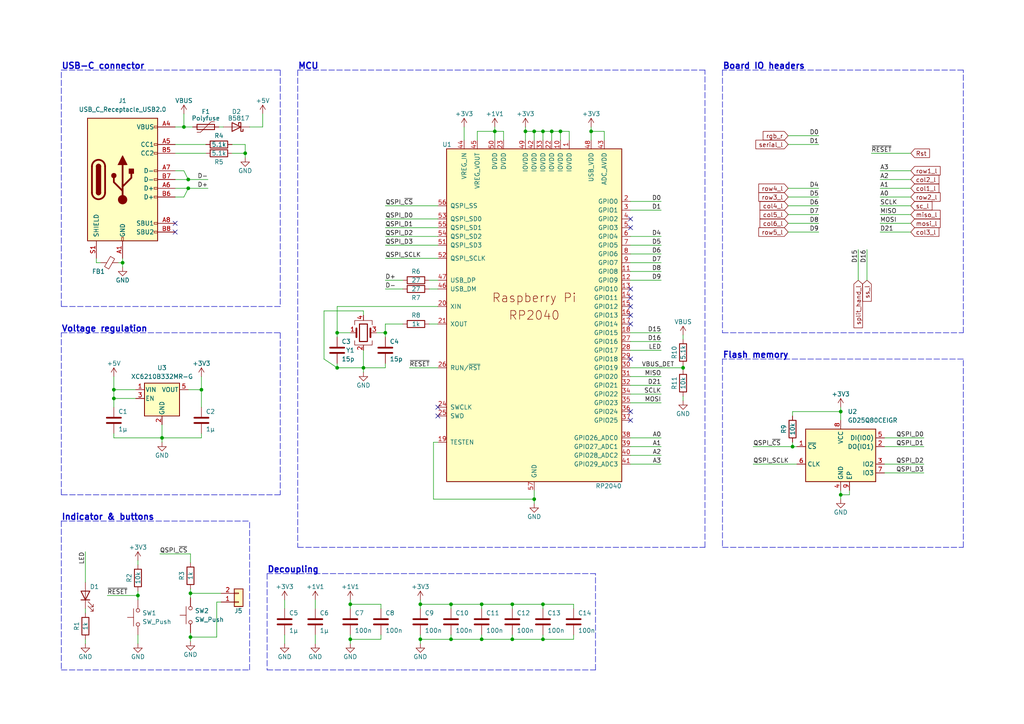
<source format=kicad_sch>
(kicad_sch (version 20211123) (generator eeschema)
  (paper "A4")
  (title_block (title "0xB2 - Splinky") (rev "2") (company "plut0nium"))
  (junction (at 53.34 36.83))
  (junction (at 46.99 127))
  (junction (at 105.41 106.68))
  (junction (at 154.94 38.1))
  (junction (at 162.56 38.1))
  (junction (at 111.76 96.52))
  (junction (at 157.48 185.42))
  (junction (at 101.6 185.42))
  (junction (at 54.61 52.07))
  (junction (at 157.48 38.1))
  (junction (at 97.79 96.52))
  (junction (at 157.48 175.26))
  (junction (at 101.6 175.26))
  (junction (at 121.92 185.42))
  (junction (at 148.59 185.42))
  (junction (at 130.81 175.26))
  (junction (at 148.59 175.26))
  (junction (at 152.4 38.1))
  (junction (at 160.02 38.1))
  (junction (at 40.005 172.72))
  (junction (at 33.02 113.03))
  (junction (at 171.45 38.1))
  (junction (at 139.7 185.42))
  (junction (at 154.94 144.78))
  (junction (at 35.56 76.2))
  (junction (at 198.12 106.68))
  (junction (at 58.42 113.03))
  (junction (at 229.87 129.54))
  (junction (at 139.7 175.26))
  (junction (at 71.12 44.45))
  (junction (at 55.245 172.085))
  (junction (at 130.81 185.42))
  (junction (at 97.79 106.68))
  (junction (at 55.245 184.785))
  (junction (at 33.02 115.57))
  (junction (at 54.61 54.61))
  (junction (at 243.84 119.38))
  (junction (at 143.51 38.1))
  (junction (at 243.84 143.51))
  (junction (at 121.92 175.26))
  (no_connect (at 373.38 85.09))
  (no_connect (at 182.88 119.38))
  (no_connect (at 182.88 121.92))
  (no_connect (at 182.88 83.82))
  (no_connect (at 182.88 104.14))
  (no_connect (at 182.88 86.36))
  (no_connect (at 182.88 88.9))
  (no_connect (at 182.88 91.44))
  (no_connect (at 182.88 93.98))
  (no_connect (at 50.8 64.77))
  (no_connect (at 50.8 67.31))
  (no_connect (at 182.88 63.5))
  (no_connect (at 182.88 66.04))
  (no_connect (at 324.485 83.185))
  (no_connect (at 127 118.11))
  (no_connect (at 127 120.65))
  (polyline (pts (xy 209.55 96.52) (xy 279.4 96.52)))
  (wire (pts (xy 171.45 38.1) (xy 171.45 40.64)))
  (wire (pts (xy 33.02 115.57) (xy 33.02 118.11)))
  (wire (pts (xy 105.41 91.44) (xy 105.41 90.17)))
  (wire (pts (xy 118.745 106.68) (xy 127 106.68)))
  (wire (pts (xy 58.42 109.22) (xy 58.42 113.03)))
  (wire (pts (xy 55.245 170.815) (xy 55.245 172.085)))
  (wire (pts (xy 82.55 173.99) (xy 82.55 176.53)))
  (wire (pts (xy 267.97 134.62) (xy 256.54 134.62)))
  (wire (pts (xy 40.005 184.15) (xy 40.005 186.69)))
  (wire (pts (xy 101.6 175.26) (xy 110.49 175.26)))
  (wire (pts (xy 121.92 173.99) (xy 121.92 175.26)))
  (polyline (pts (xy 17.78 194.31) (xy 72.39 194.31)))
  (wire (pts (xy 255.27 54.61) (xy 264.16 54.61)))
  (wire (pts (xy 228.6 67.31) (xy 237.49 67.31)))
  (polyline (pts (xy 204.47 158.75) (xy 204.47 20.32)))
  (wire (pts (xy 182.88 127) (xy 191.77 127)))
  (wire (pts (xy 50.8 54.61) (xy 54.61 54.61)))
  (wire (pts (xy 91.44 173.99) (xy 91.44 176.53)))
  (wire (pts (xy 267.97 137.16) (xy 256.54 137.16)))
  (polyline (pts (xy 279.4 104.14) (xy 209.55 104.14)))
  (wire (pts (xy 111.76 66.04) (xy 127 66.04)))
  (wire (pts (xy 182.88 101.6) (xy 191.77 101.6)))
  (wire (pts (xy 72.39 36.83) (xy 76.2 36.83)))
  (wire (pts (xy 121.92 185.42) (xy 130.81 185.42)))
  (wire (pts (xy 33.02 113.03) (xy 39.37 113.03)))
  (wire (pts (xy 101.6 175.26) (xy 101.6 176.53)))
  (wire (pts (xy 243.84 118.11) (xy 243.84 119.38)))
  (wire (pts (xy 109.22 96.52) (xy 111.76 96.52)))
  (wire (pts (xy 63.5 36.83) (xy 64.77 36.83)))
  (wire (pts (xy 105.41 106.68) (xy 105.41 107.95)))
  (wire (pts (xy 162.56 38.1) (xy 165.1 38.1)))
  (wire (pts (xy 121.92 175.26) (xy 130.81 175.26)))
  (wire (pts (xy 228.6 64.77) (xy 237.49 64.77)))
  (wire (pts (xy 97.79 96.52) (xy 97.79 88.9)))
  (wire (pts (xy 111.76 68.58) (xy 127 68.58)))
  (wire (pts (xy 198.12 114.935) (xy 198.12 116.205)))
  (wire (pts (xy 143.51 38.1) (xy 143.51 40.64)))
  (wire (pts (xy 182.88 129.54) (xy 191.77 129.54)))
  (wire (pts (xy 130.81 184.15) (xy 130.81 185.42)))
  (wire (pts (xy 54.61 52.07) (xy 50.8 52.07)))
  (polyline (pts (xy 81.28 88.9) (xy 17.78 88.9)))
  (wire (pts (xy 121.92 185.42) (xy 121.92 186.69)))
  (wire (pts (xy 267.97 127) (xy 256.54 127)))
  (wire (pts (xy 33.02 127) (xy 46.99 127)))
  (wire (pts (xy 125.73 128.27) (xy 127 128.27)))
  (wire (pts (xy 101.6 185.42) (xy 101.6 186.69)))
  (wire (pts (xy 124.46 81.28) (xy 127 81.28)))
  (wire (pts (xy 50.8 49.53) (xy 53.34 49.53)))
  (wire (pts (xy 93.98 90.17) (xy 93.98 104.14)))
  (wire (pts (xy 101.6 185.42) (xy 110.49 185.42)))
  (wire (pts (xy 251.46 81.28) (xy 251.46 72.39)))
  (wire (pts (xy 139.7 185.42) (xy 148.59 185.42)))
  (wire (pts (xy 124.46 93.98) (xy 127 93.98)))
  (wire (pts (xy 53.34 49.53) (xy 54.61 52.07)))
  (wire (pts (xy 34.29 76.2) (xy 35.56 76.2)))
  (wire (pts (xy 243.84 142.24) (xy 243.84 143.51)))
  (wire (pts (xy 157.48 38.1) (xy 157.48 40.64)))
  (wire (pts (xy 111.76 106.68) (xy 111.76 105.41)))
  (wire (pts (xy 62.865 174.625) (xy 62.865 184.785)))
  (wire (pts (xy 50.8 36.83) (xy 53.34 36.83)))
  (wire (pts (xy 46.355 160.655) (xy 55.245 160.655)))
  (wire (pts (xy 53.34 36.83) (xy 55.88 36.83)))
  (wire (pts (xy 58.42 125.73) (xy 58.42 127)))
  (wire (pts (xy 255.27 64.77) (xy 264.16 64.77)))
  (wire (pts (xy 255.27 62.23) (xy 264.16 62.23)))
  (wire (pts (xy 229.87 129.54) (xy 231.14 129.54)))
  (wire (pts (xy 248.92 81.28) (xy 248.92 72.39)))
  (wire (pts (xy 105.41 106.68) (xy 111.76 106.68)))
  (wire (pts (xy 154.94 144.78) (xy 154.94 146.05)))
  (wire (pts (xy 182.88 109.22) (xy 191.77 109.22)))
  (wire (pts (xy 152.4 36.83) (xy 152.4 38.1)))
  (wire (pts (xy 146.05 40.64) (xy 146.05 38.1)))
  (wire (pts (xy 154.94 142.24) (xy 154.94 144.78)))
  (wire (pts (xy 40.005 171.45) (xy 40.005 172.72)))
  (wire (pts (xy 383.54 92.71) (xy 388.62 92.71)))
  (wire (pts (xy 175.26 40.64) (xy 175.26 38.1)))
  (wire (pts (xy 55.245 160.655) (xy 55.245 163.195)))
  (wire (pts (xy 198.12 106.68) (xy 198.12 107.315)))
  (wire (pts (xy 139.7 184.15) (xy 139.7 185.42)))
  (wire (pts (xy 157.48 185.42) (xy 166.37 185.42)))
  (wire (pts (xy 182.88 68.58) (xy 191.77 68.58)))
  (wire (pts (xy 27.94 76.2) (xy 29.21 76.2)))
  (wire (pts (xy 182.88 114.3) (xy 191.77 114.3)))
  (wire (pts (xy 97.79 106.68) (xy 105.41 106.68)))
  (wire (pts (xy 166.37 176.53) (xy 166.37 175.26)))
  (wire (pts (xy 171.45 38.1) (xy 175.26 38.1)))
  (wire (pts (xy 243.84 143.51) (xy 246.38 143.51)))
  (wire (pts (xy 125.73 128.27) (xy 125.73 144.78)))
  (wire (pts (xy 139.7 175.26) (xy 148.59 175.26)))
  (wire (pts (xy 58.42 113.03) (xy 58.42 118.11)))
  (wire (pts (xy 218.44 134.62) (xy 231.14 134.62)))
  (wire (pts (xy 228.6 39.37) (xy 237.49 39.37)))
  (wire (pts (xy 152.4 38.1) (xy 152.4 40.64)))
  (wire (pts (xy 55.245 172.085) (xy 55.245 173.355)))
  (wire (pts (xy 105.41 90.17) (xy 93.98 90.17)))
  (wire (pts (xy 255.27 52.07) (xy 264.16 52.07)))
  (wire (pts (xy 228.6 59.69) (xy 237.49 59.69)))
  (polyline (pts (xy 209.55 104.14) (xy 209.55 158.75)))
  (wire (pts (xy 148.59 175.26) (xy 157.48 175.26)))
  (wire (pts (xy 110.49 184.15) (xy 110.49 185.42)))
  (polyline (pts (xy 17.78 151.13) (xy 17.78 194.31)))
  (wire (pts (xy 182.88 106.68) (xy 198.12 106.68)))
  (wire (pts (xy 243.84 119.38) (xy 243.84 121.92)))
  (wire (pts (xy 182.88 132.08) (xy 191.77 132.08)))
  (wire (pts (xy 24.765 176.53) (xy 24.765 177.8)))
  (wire (pts (xy 182.88 111.76) (xy 191.77 111.76)))
  (wire (pts (xy 111.76 96.52) (xy 111.76 97.79)))
  (wire (pts (xy 62.865 184.785) (xy 55.245 184.785)))
  (wire (pts (xy 50.8 41.91) (xy 59.69 41.91)))
  (wire (pts (xy 228.6 57.15) (xy 237.49 57.15)))
  (wire (pts (xy 121.92 184.15) (xy 121.92 185.42)))
  (wire (pts (xy 171.45 36.83) (xy 171.45 38.1)))
  (wire (pts (xy 340.995 90.805) (xy 340.995 86.995)))
  (wire (pts (xy 97.79 97.79) (xy 97.79 96.52)))
  (wire (pts (xy 361.315 26.67) (xy 361.823 26.67)))
  (wire (pts (xy 24.765 185.42) (xy 24.765 186.69)))
  (polyline (pts (xy 279.4 96.52) (xy 279.4 20.32)))
  (polyline (pts (xy 17.78 20.32) (xy 81.28 20.32)))
  (wire (pts (xy 228.6 54.61) (xy 237.49 54.61)))
  (wire (pts (xy 218.44 129.54) (xy 229.87 129.54)))
  (wire (pts (xy 130.81 185.42) (xy 139.7 185.42)))
  (wire (pts (xy 82.55 184.15) (xy 82.55 186.69)))
  (wire (pts (xy 182.88 73.66) (xy 191.77 73.66)))
  (wire (pts (xy 97.79 105.41) (xy 97.79 106.68)))
  (wire (pts (xy 130.81 175.26) (xy 130.81 176.53)))
  (wire (pts (xy 97.79 96.52) (xy 101.6 96.52)))
  (wire (pts (xy 111.76 71.12) (xy 127 71.12)))
  (wire (pts (xy 91.44 184.15) (xy 91.44 186.69)))
  (wire (pts (xy 64.135 174.625) (xy 62.865 174.625)))
  (wire (pts (xy 154.94 38.1) (xy 157.48 38.1)))
  (wire (pts (xy 182.88 96.52) (xy 191.77 96.52)))
  (wire (pts (xy 71.12 44.45) (xy 71.12 45.72)))
  (wire (pts (xy 229.87 128.27) (xy 229.87 129.54)))
  (wire (pts (xy 148.59 184.15) (xy 148.59 185.42)))
  (polyline (pts (xy 81.28 20.32) (xy 81.28 88.9)))
  (wire (pts (xy 160.02 38.1) (xy 160.02 40.64)))
  (polyline (pts (xy 17.78 96.52) (xy 81.28 96.52)))
  (wire (pts (xy 33.02 125.73) (xy 33.02 127)))
  (wire (pts (xy 53.34 33.02) (xy 53.34 36.83)))
  (wire (pts (xy 35.56 76.2) (xy 35.56 77.47)))
  (polyline (pts (xy 77.47 194.31) (xy 172.72 194.31)))
  (wire (pts (xy 67.31 41.91) (xy 71.12 41.91)))
  (wire (pts (xy 255.27 59.69) (xy 264.16 59.69)))
  (wire (pts (xy 27.94 74.93) (xy 27.94 76.2)))
  (wire (pts (xy 97.79 88.9) (xy 127 88.9)))
  (wire (pts (xy 252.73 44.45) (xy 264.16 44.45)))
  (wire (pts (xy 182.88 116.84) (xy 191.77 116.84)))
  (wire (pts (xy 246.38 142.24) (xy 246.38 143.51)))
  (wire (pts (xy 76.2 33.02) (xy 76.2 36.83)))
  (wire (pts (xy 55.245 183.515) (xy 55.245 184.785)))
  (wire (pts (xy 111.76 83.82) (xy 116.84 83.82)))
  (wire (pts (xy 267.97 129.54) (xy 256.54 129.54)))
  (wire (pts (xy 148.59 185.42) (xy 157.48 185.42)))
  (wire (pts (xy 33.02 109.22) (xy 33.02 113.03)))
  (wire (pts (xy 229.87 119.38) (xy 243.84 119.38)))
  (wire (pts (xy 138.43 38.1) (xy 143.51 38.1)))
  (wire (pts (xy 228.6 41.91) (xy 237.49 41.91)))
  (wire (pts (xy 33.02 113.03) (xy 33.02 115.57)))
  (wire (pts (xy 50.8 44.45) (xy 59.69 44.45)))
  (wire (pts (xy 111.76 63.5) (xy 127 63.5)))
  (wire (pts (xy 55.245 184.785) (xy 55.245 186.055)))
  (wire (pts (xy 148.59 175.26) (xy 148.59 176.53)))
  (polyline (pts (xy 172.72 194.31) (xy 172.72 166.37)))
  (polyline (pts (xy 81.28 143.51) (xy 17.78 143.51)))
  (wire (pts (xy 116.84 93.98) (xy 111.76 93.98)))
  (wire (pts (xy 143.51 36.83) (xy 143.51 38.1)))
  (polyline (pts (xy 17.78 88.9) (xy 17.78 20.32)))
  (wire (pts (xy 111.76 59.69) (xy 127 59.69)))
  (wire (pts (xy 165.1 40.64) (xy 165.1 38.1)))
  (polyline (pts (xy 209.55 158.75) (xy 279.4 158.75)))
  (polyline (pts (xy 77.47 166.37) (xy 172.72 166.37)))
  (wire (pts (xy 24.765 160.02) (xy 24.765 168.91)))
  (wire (pts (xy 157.48 38.1) (xy 160.02 38.1)))
  (wire (pts (xy 111.76 93.98) (xy 111.76 96.52)))
  (wire (pts (xy 46.99 123.19) (xy 46.99 127)))
  (wire (pts (xy 93.98 104.14) (xy 97.79 106.68)))
  (wire (pts (xy 229.87 120.65) (xy 229.87 119.38)))
  (wire (pts (xy 198.12 97.155) (xy 198.12 98.425)))
  (wire (pts (xy 124.46 83.82) (xy 127 83.82)))
  (wire (pts (xy 182.88 60.96) (xy 191.77 60.96)))
  (wire (pts (xy 157.48 175.26) (xy 166.37 175.26)))
  (wire (pts (xy 105.41 101.6) (xy 105.41 106.68)))
  (polyline (pts (xy 279.4 20.32) (xy 209.55 20.32)))
  (wire (pts (xy 182.88 76.2) (xy 191.77 76.2)))
  (wire (pts (xy 54.61 54.61) (xy 53.34 57.15)))
  (wire (pts (xy 54.61 113.03) (xy 58.42 113.03)))
  (wire (pts (xy 388.62 92.71) (xy 388.62 90.805)))
  (wire (pts (xy 182.88 78.74) (xy 191.77 78.74)))
  (wire (pts (xy 334.645 90.805) (xy 340.995 90.805)))
  (wire (pts (xy 121.92 175.26) (xy 121.92 176.53)))
  (wire (pts (xy 111.76 74.93) (xy 127 74.93)))
  (polyline (pts (xy 209.55 20.32) (xy 209.55 96.52)))
  (wire (pts (xy 54.61 52.07) (xy 60.325 52.07)))
  (wire (pts (xy 138.43 40.64) (xy 138.43 38.1)))
  (polyline (pts (xy 86.36 158.75) (xy 204.47 158.75)))
  (wire (pts (xy 154.94 38.1) (xy 154.94 40.64)))
  (wire (pts (xy 157.48 175.26) (xy 157.48 176.53)))
  (polyline (pts (xy 17.78 143.51) (xy 17.78 96.52)))
  (polyline (pts (xy 204.47 20.32) (xy 86.36 20.32)))
  (wire (pts (xy 182.88 58.42) (xy 191.77 58.42)))
  (wire (pts (xy 67.31 44.45) (xy 71.12 44.45)))
  (wire (pts (xy 111.76 81.28) (xy 116.84 81.28)))
  (wire (pts (xy 162.56 38.1) (xy 162.56 40.64)))
  (wire (pts (xy 198.12 106.045) (xy 198.12 106.68)))
  (wire (pts (xy 182.88 134.62) (xy 191.77 134.62)))
  (polyline (pts (xy 77.47 166.37) (xy 77.47 194.31)))
  (wire (pts (xy 255.27 57.15) (xy 264.16 57.15)))
  (wire (pts (xy 71.12 41.91) (xy 71.12 44.45)))
  (wire (pts (xy 264.16 67.31) (xy 255.27 67.31)))
  (wire (pts (xy 243.84 143.51) (xy 243.84 144.78)))
  (wire (pts (xy 53.34 57.15) (xy 50.8 57.15)))
  (wire (pts (xy 110.49 176.53) (xy 110.49 175.26)))
  (wire (pts (xy 54.61 54.61) (xy 60.325 54.61)))
  (wire (pts (xy 157.48 184.15) (xy 157.48 185.42)))
  (wire (pts (xy 55.245 172.085) (xy 64.135 172.085)))
  (wire (pts (xy 160.02 38.1) (xy 162.56 38.1)))
  (polyline (pts (xy 81.28 96.52) (xy 81.28 143.51)))
  (wire (pts (xy 35.56 74.93) (xy 35.56 76.2)))
  (polyline (pts (xy 72.39 194.31) (xy 72.39 151.13)))
  (wire (pts (xy 152.4 38.1) (xy 154.94 38.1)))
  (wire (pts (xy 182.88 81.28) (xy 191.77 81.28)))
  (wire (pts (xy 46.99 127) (xy 46.99 128.27)))
  (wire (pts (xy 166.37 184.15) (xy 166.37 185.42)))
  (polyline (pts (xy 17.78 151.13) (xy 72.39 151.13)))
  (wire (pts (xy 40.005 172.72) (xy 40.005 173.99)))
  (wire (pts (xy 101.6 184.15) (xy 101.6 185.42)))
  (wire (pts (xy 31.115 172.72) (xy 40.005 172.72)))
  (wire (pts (xy 40.005 162.56) (xy 40.005 163.83)))
  (polyline (pts (xy 86.36 20.32) (xy 86.36 158.75)))
  (wire (pts (xy 125.73 144.78) (xy 154.94 144.78)))
  (wire (pts (xy 182.88 71.12) (xy 191.77 71.12)))
  (wire (pts (xy 134.62 36.83) (xy 134.62 40.64)))
  (wire (pts (xy 143.51 38.1) (xy 146.05 38.1)))
  (wire (pts (xy 139.7 175.26) (xy 139.7 176.53)))
  (wire (pts (xy 46.99 127) (xy 58.42 127)))
  (wire (pts (xy 101.6 173.99) (xy 101.6 175.26)))
  (wire (pts (xy 33.02 115.57) (xy 39.37 115.57)))
  (wire (pts (xy 182.88 99.06) (xy 191.77 99.06)))
  (wire (pts (xy 228.6 62.23) (xy 237.49 62.23)))
  (wire (pts (xy 255.27 49.53) (xy 264.16 49.53)))
  (wire (pts (xy 130.81 175.26) (xy 139.7 175.26)))
  (polyline (pts (xy 279.4 158.75) (xy 279.4 104.14)))
  (text "Decoupling" (at 77.47 166.37 0) (effects (font (size 1.778 1.778) (thickness 0.3556) bold) (justify left bottom)))
  (text "Board IO headers" (at 209.55 20.32 0) (effects (font (size 1.778 1.778) (thickness 0.3556) bold) (justify left bottom)))
  (text "USB-C connector" (at 17.78 20.32 0) (effects (font (size 1.778 1.778) (thickness 0.3556) bold) (justify left bottom)))
  (text "Indicator & buttons" (at 17.78 151.13 0) (effects (font (size 1.778 1.778) (thickness 0.3556) bold) (justify left bottom)))
  (text "Voltage regulation" (at 17.78 96.52 0) (effects (font (size 1.778 1.778) (thickness 0.3556) bold) (justify left bottom)))
  (text "MCU" (at 86.36 20.32 0) (effects (font (size 1.778 1.778) (thickness 0.3556) bold) (justify left bottom)))
  (text "Flash memory" (at 209.55 104.14 0) (effects (font (size 1.778 1.778) (thickness 0.3556) bold) (justify left bottom)))
  (label "D8" (at 191.77 78.74 180))
  (label "QSPI_D2" (at 111.76 68.58 0))
  (label "SCLK" (at 191.77 114.3 180))
  (label "D15" (at 191.77 96.52 180))
  (label "D16" (at 191.77 99.06 180))
  (label "LED" (at 191.77 101.6 180))
  (label "SCLK" (at 255.27 59.69 0))
  (label "D0" (at 237.49 39.37 180))
  (label "VBUS_DET" (at 195.58 106.68 180))
  (label "D6" (at 191.77 73.66 180))
  (label "MOSI" (at 191.77 116.84 180))
  (label "D8" (at 237.49 64.77 180))
  (label "D+" (at 318.77 24.13 180))
  (label "A2" (at 191.77 132.08 180))
  (label "D7" (at 191.77 76.2 180))
  (label "D-" (at 111.76 83.82 0))
  (label "D1" (at 191.77 60.96 180))
  (label "~{RESET}" (at 31.115 172.72 0))
  (label "~{RESET}" (at 252.73 44.45 0))
  (label "QSPI_SCLK" (at 218.44 134.62 0))
  (label "D4" (at 191.77 68.58 180))
  (label "A3" (at 255.27 49.53 0))
  (label "D9" (at 237.49 67.31 180))
  (label "QSPI_D0" (at 267.97 127 180))
  (label "D16" (at 251.46 72.39 270))
  (label "QSPI_~{CS}" (at 218.44 129.54 0))
  (label "QSPI_D1" (at 111.76 66.04 0))
  (label "D5" (at 237.49 57.15 180))
  (label "MOSI" (at 255.27 64.77 0))
  (label "MISO" (at 255.27 62.23 0))
  (label "~{RESET}" (at 118.745 106.68 0))
  (label "D7" (at 237.49 62.23 180))
  (label "D-" (at 318.135 8.255 180))
  (label "QSPI_D3" (at 111.76 71.12 0))
  (label "QSPI_~{CS}" (at 111.76 59.69 0))
  (label "A1" (at 191.77 129.54 180))
  (label "D5" (at 191.77 71.12 180))
  (label "QSPI_D2" (at 267.97 134.62 180))
  (label "D15" (at 248.92 72.39 270))
  (label "D9" (at 191.77 81.28 180))
  (label "A0" (at 255.27 57.15 0))
  (label "D+" (at 111.76 81.28 0))
  (label "D-" (at 60.325 52.07 180))
  (label "D6" (at 237.49 59.69 180))
  (label "LED" (at 24.765 160.02 270))
  (label "D21" (at 191.77 111.76 180))
  (label "QSPI_D1" (at 267.97 129.54 180))
  (label "MISO" (at 191.77 109.22 180))
  (label "D-" (at 318.77 21.59 180))
  (label "A2" (at 255.27 52.07 0))
  (label "D+" (at 318.135 10.795 180))
  (label "D1" (at 237.49 41.91 180))
  (label "QSPI_~{CS}" (at 46.355 160.655 0))
  (label "QSPI_SCLK" (at 111.76 74.93 0))
  (label "QSPI_D3" (at 267.97 137.16 180))
  (label "A3" (at 191.77 134.62 180))
  (label "D0" (at 191.77 58.42 180))
  (label "D21" (at 255.27 67.31 0))
  (label "D+" (at 60.325 54.61 180))
  (label "A0" (at 191.77 127 180))
  (label "QSPI_D0" (at 111.76 63.5 0))
  (label "D4" (at 237.49 54.61 180))
  (label "A1" (at 255.27 54.61 0))
  (global_label "row3_l" (shape input) (at 362.839 58.42 180) (property "Intersheet References" "${INTERSHEET_REFS}" (effects hide)))
  (global_label "Rst" (shape input) (at 264.16 44.45 0) (property "Intersheet References" "${INTERSHEET_REFS}" (effects hide)))
  (global_label "ss_l" (shape input) (at 361.315 29.21 180) (property "Intersheet References" "${INTERSHEET_REFS}" (effects hide)))
  (global_label "miso_l" (shape input) (at 361.315 36.83 180) (property "Intersheet References" "${INTERSHEET_REFS}" (effects hide)))
  (global_label "col3_l" (shape input) (at 264.16 67.31 0) (property "Intersheet References" "${INTERSHEET_REFS}" (effects hide)))
  (global_label "rgb_r" (shape input) (at 228.6 39.37 180) (property "Intersheet References" "${INTERSHEET_REFS}" (effects hide)))
  (global_label "split_hand_l" (shape input) (at 248.92 81.28 270) (property "Intersheet References" "${INTERSHEET_REFS}" (effects hide)))
  (global_label "sc_l" (shape input) (at 361.315 34.29 180) (property "Intersheet References" "${INTERSHEET_REFS}" (effects hide)))
  (global_label "col3_l" (shape input) (at 402.209 26.67 180) (property "Intersheet References" "${INTERSHEET_REFS}" (effects hide)))
  (global_label "col4_l" (shape input) (at 362.839 60.96 180) (property "Intersheet References" "${INTERSHEET_REFS}" (effects hide)))
  (global_label "col4_l" (shape input) (at 228.6 59.69 180) (property "Intersheet References" "${INTERSHEET_REFS}" (effects hide)))
  (global_label "col1_l" (shape input) (at 402.209 34.29 180) (property "Intersheet References" "${INTERSHEET_REFS}" (effects hide)))
  (global_label "row5_l" (shape input) (at 362.839 68.58 180) (property "Intersheet References" "${INTERSHEET_REFS}" (effects hide)))
  (global_label "Rst" (shape input) (at 387.985 59.055 180) (property "Intersheet References" "${INTERSHEET_REFS}" (effects hide)))
  (global_label "ss_l" (shape input) (at 251.46 81.28 270) (property "Intersheet References" "${INTERSHEET_REFS}" (effects hide)))
  (global_label "row2_l" (shape input) (at 402.209 36.83 180) (property "Intersheet References" "${INTERSHEET_REFS}" (effects hide)))
  (global_label "col5_l" (shape input) (at 362.839 63.5 180) (property "Intersheet References" "${INTERSHEET_REFS}" (effects hide)))
  (global_label "row1_l" (shape input) (at 264.16 49.53 0) (property "Intersheet References" "${INTERSHEET_REFS}" (effects hide)))
  (global_label "row2_l" (shape input) (at 264.16 57.15 0) (property "Intersheet References" "${INTERSHEET_REFS}" (effects hide)))
  (global_label "serial_l" (shape input) (at 228.6 41.91 180) (property "Intersheet References" "${INTERSHEET_REFS}" (effects hide)))
  (global_label "row4_l" (shape input) (at 362.839 55.88 180) (property "Intersheet References" "${INTERSHEET_REFS}" (effects hide)))
  (global_label "serial_l" (shape input) (at 324.485 85.725 0) (property "Intersheet References" "${INTERSHEET_REFS}" (effects hide)))
  (global_label "row4_l" (shape input) (at 228.6 54.61 180) (property "Intersheet References" "${INTERSHEET_REFS}" (effects hide)))
  (global_label "col2_l" (shape input) (at 264.16 52.07 0) (property "Intersheet References" "${INTERSHEET_REFS}" (effects hide)))
  (global_label "rgb_r" (shape input) (at 383.667 35.052 180) (property "Intersheet References" "${INTERSHEET_REFS}" (effects hide)))
  (global_label "col6_l" (shape input) (at 228.6 64.77 180) (property "Intersheet References" "${INTERSHEET_REFS}" (effects hide)))
  (global_label "miso_l" (shape input) (at 264.16 62.23 0) (property "Intersheet References" "${INTERSHEET_REFS}" (effects hide)))
  (global_label "mosi_l" (shape input) (at 361.315 31.75 180) (property "Intersheet References" "${INTERSHEET_REFS}" (effects hide)))
  (global_label "mosi_l" (shape input) (at 264.16 64.77 0) (property "Intersheet References" "${INTERSHEET_REFS}" (effects hide)))
  (global_label "serial_l" (shape input) (at 373.38 87.63 0) (property "Intersheet References" "${INTERSHEET_REFS}" (effects hide)))
  (global_label "col5_l" (shape input) (at 228.6 62.23 180) (property "Intersheet References" "${INTERSHEET_REFS}" (effects hide)))
  (global_label "sc_l" (shape input) (at 264.16 59.69 0) (property "Intersheet References" "${INTERSHEET_REFS}" (effects hide)))
  (global_label "col6_l" (shape input) (at 362.839 66.04 180) (property "Intersheet References" "${INTERSHEET_REFS}" (effects hide)))
  (global_label "row5_l" (shape input) (at 228.6 67.31 180) (property "Intersheet References" "${INTERSHEET_REFS}" (effects hide)))
  (global_label "row1_l" (shape input) (at 402.209 29.21 180) (property "Intersheet References" "${INTERSHEET_REFS}" (effects hide)))
  (global_label "row3_l" (shape input) (at 228.6 57.15 180) (property "Intersheet References" "${INTERSHEET_REFS}" (effects hide)))
  (global_label "col1_l" (shape input) (at 264.16 54.61 0) (property "Intersheet References" "${INTERSHEET_REFS}" (effects hide)))
  (global_label "col2_l" (shape input) (at 402.209 31.75 180) (property "Intersheet References" "${INTERSHEET_REFS}" (effects hide)))
  (symbol (lib_id "Device:C") (at 148.59 180.34 0) (unit 1)
    (property "Reference" "C12" (at 149.86 177.8 0) (effects (justify left)))
    (property "Value" "100n" (at 149.86 182.88 0) (effects (justify left)))
    (property "Footprint" "Capacitor_SMD:C_0402_1005Metric" (effects hide))
    (property "LCSC" "C1525" (effects hide))
  )
  (symbol (lib_id "Connector_Generic:Conn_01x02") (at 69.215 174.625 0) (mirror x) (unit 1) (in_bom no)
    (property "Reference" "J5" (at 67.945 177.165 0) (effects (justify left)))
    (property "Value" "Conn_01x02" (effects hide))
    (property "Footprint" "Connector_PinHeader_1.27mm:PinHeader_1x02_P1.27mm_Vertical" (effects hide))
  )
  (symbol (lib_id "MCU_RaspberryPi_RP2040:RP2040") (at 154.94 91.44 0) (unit 1)
    (property "Reference" "U1" (at 128.27 41.91 0) (effects (justify left)))
    (property "Value" "RP2040" (at 172.72 140.97 0) (effects (justify left)))
    (property "Footprint" "0xLib_Package_DFN_QFN:QFN-56-1EP_7x7mm_P0.4mm_EP3.2x3.2mm" (effects hide))
    (property "LCSC" "C2040" (effects hide))
  )
  (symbol (lib_id "Device:R") (at 63.5 41.91 90) (unit 1)
    (property "Reference" "R4" (at 63.5 39.37 90))
    (property "Value" "5.1k" (at 63.5 41.91 90))
    (property "Footprint" "Resistor_SMD:R_0402_1005Metric" (effects hide))
    (property "LCSC" "C25905" (effects hide))
  )
  (symbol (lib_id "power:+3.3V") (at 40.005 162.56 0) (unit 1)
    (property "Reference" "#PWR04" (effects hide))
    (property "Value" "+3.3V" (at 40.005 158.75 0))
  )
  (symbol (lib_id "power:GND") (at 55.245 186.055 0) (unit 1)
    (property "Reference" "#PWR09" (effects hide))
    (property "Value" "GND" (at 55.245 189.865 0))
  )
  (symbol (lib_id "power:GND") (at 318.135 5.715 270) (unit 1)
    (property "Reference" "#PWR029" (effects hide))
    (property "Value" "GND" (at 311.1501 5.559 90) (effects (justify left)))
  )
  (symbol (lib_id "power:+5V") (at 318.135 3.175 90) (unit 1)
    (property "Reference" "#PWR026" (effects hide))
    (property "Value" "+5V" (at 311.023 2.413 90) (effects (justify right)))
  )
  (symbol (lib_id "Connector:Conn_01x05_Female") (at 407.289 31.75 0) (unit 1)
    (property "Reference" "J10" (at 406.019 22.86 0) (effects (justify left)))
    (property "Value" "Ribbon" (at 398.399 41.91 0) (effects (justify left)))
    (property "Footprint" "Library:5_PinHeader" (effects hide))
  )
  (symbol (lib_id "power:GND") (at 24.765 186.69 0) (unit 1)
    (property "Reference" "#PWR01" (effects hide))
    (property "Value" "GND" (at 24.765 190.5 0))
  )
  (symbol (lib_id "power:GND") (at 35.56 77.47 0) (unit 1)
    (property "Reference" "#PWR03" (effects hide))
    (property "Value" "GND" (at 35.56 81.28 0))
  )
  (symbol (lib_id "power:GND") (at 318.77 19.05 270) (unit 1)
    (property "Reference" "#PWR040" (effects hide))
    (property "Value" "GND" (at 311.7851 18.894 90) (effects (justify left)))
  )
  (symbol (lib_id "Device:R") (at 120.65 93.98 90) (unit 1)
    (property "Reference" "R8" (at 120.65 91.44 90))
    (property "Value" "1k" (at 120.65 93.98 90))
    (property "Footprint" "Resistor_SMD:R_0402_1005Metric" (effects hide))
    (property "LCSC" "C11702" (effects hide))
  )
  (symbol (lib_id "Device:R") (at 198.12 102.235 180) (unit 1)
    (property "Reference" "R10" (at 195.58 102.235 90))
    (property "Value" "5.1k" (at 198.12 102.235 90))
    (property "Footprint" "Resistor_SMD:R_0402_1005Metric" (effects hide))
    (property "LCSC" "C25905" (effects hide))
  )
  (symbol (lib_id "power:+5V") (at 318.77 16.51 90) (unit 1)
    (property "Reference" "#PWR030" (effects hide))
    (property "Value" "+5V" (at 311.658 15.748 90) (effects (justify right)))
  )
  (symbol (lib_id "Device:C") (at 157.48 180.34 0) (unit 1)
    (property "Reference" "C13" (at 158.75 177.8 0) (effects (justify left)))
    (property "Value" "100n" (at 158.75 182.88 0) (effects (justify left)))
    (property "Footprint" "Capacitor_SMD:C_0402_1005Metric" (effects hide))
    (property "LCSC" "C1525" (effects hide))
  )
  (symbol (lib_id "Device:C") (at 166.37 180.34 0) (unit 1)
    (property "Reference" "C14" (at 167.64 177.8 0) (effects (justify left)))
    (property "Value" "100n" (at 167.64 182.88 0) (effects (justify left)))
    (property "Footprint" "Capacitor_SMD:C_0402_1005Metric" (effects hide))
    (property "LCSC" "C1525" (effects hide))
  )
  (symbol (lib_id "Device:R") (at 120.65 81.28 90) (unit 1)
    (property "Reference" "R6" (at 120.65 78.74 90))
    (property "Value" "27" (at 120.65 81.28 90))
    (property "Footprint" "Resistor_SMD:R_0402_1005Metric" (effects hide))
    (property "LCSC" "C25100" (effects hide))
  )
  (symbol (lib_id "Regulator_Linear:AP2127K-3.3") (at 46.99 115.57 0) (unit 1)
    (property "Reference" "U3" (at 46.99 106.68 0))
    (property "Value" "XC6210B332MR-G" (at 46.99 109.22 0))
    (property "Footprint" "Package_TO_SOT_SMD:SOT-23-5" (effects hide))
    (property "LCSC" "C82942" (effects hide))
    (property "LCSC2" "C47719" (effects hide))
  )
  (symbol (lib_id "Jumper:Jumper_2_Open") (at 329.565 90.805 0) (unit 1)
    (property "Reference" "JP1" (at 329.565 84.455 0))
    (property "Value" "Jumper_2_Open" (at 329.565 86.995 0))
    (property "Footprint" "local-libraries:SolderJumper-2_P1.3mm_Open_RoundedPad1.0x1.5mm" (effects hide))
  )
  (symbol (lib_id "Device:C") (at 121.92 180.34 0) (unit 1)
    (property "Reference" "C9" (at 123.19 177.8 0) (effects (justify left)))
    (property "Value" "100n" (at 123.19 182.88 0) (effects (justify left)))
    (property "Footprint" "Capacitor_SMD:C_0402_1005Metric" (effects hide))
    (property "LCSC" "C1525" (effects hide))
  )
  (symbol (lib_id "Memory_Flash:W25Q32JVZP") (at 243.84 132.08 0) (unit 1)
    (property "Reference" "U2" (at 245.8594 119.38 0) (effects (justify left)))
    (property "Value" "GD25Q80CEIGR" (at 245.8594 121.92 0) (effects (justify left)))
    (property "Footprint" "0xLib_Package_DFN_QFN:USON-8-1EP_3x2mm_P0.5mm_EP0.25x1.65mm" (effects hide))
    (property "LCSC" "C395484" (effects hide))
  )
  (symbol (lib_id "Device:C") (at 82.55 180.34 0) (unit 1)
    (property "Reference" "C5" (at 83.82 177.8 0) (effects (justify left)))
    (property "Value" "1µ" (at 83.82 182.88 0) (effects (justify left)))
    (property "Footprint" "Capacitor_SMD:C_0402_1005Metric" (effects hide))
    (property "LCSC" "C52923" (effects hide))
  )
  (symbol (lib_id "power:GND") (at 82.55 186.69 0) (unit 1)
    (property "Reference" "#PWR012" (effects hide))
    (property "Value" "GND" (at 82.55 190.5 0))
  )
  (symbol (lib_id "Device:C") (at 33.02 121.92 0) (unit 1)
    (property "Reference" "C1" (at 34.29 119.38 0) (effects (justify left)))
    (property "Value" "1µ" (at 34.29 124.46 0) (effects (justify left)))
    (property "Footprint" "Capacitor_SMD:C_0603_1608Metric" (effects hide))
    (property "LCSC" "C19666" (effects hide))
  )
  (symbol (lib_id "Device:Crystal_GND24") (at 105.41 96.52 0) (mirror x) (unit 1)
    (property "Reference" "Y1" (at 101.6 101.6 0))
    (property "Value" "Crystal_GND24" (effects hide))
    (property "Footprint" "Crystal:Crystal_SMD_2520-4Pin_2.5x2.0mm" (effects hide))
    (property "LCSC" "C2149204" (effects hide))
  )
  (symbol (lib_id "power:GND") (at 361.315 39.37 270) (unit 1)
    (property "Reference" "#PWR035" (effects hide))
    (property "Value" "GND" (at 354.965 39.37 90) (effects (justify left)))
  )
  (symbol (lib_id "Switch:SW_Push") (at 55.245 178.435 90) (unit 1)
    (property "Reference" "SW2" (at 56.515 177.1649 90) (effects (justify right)))
    (property "Value" "SW_Push" (at 56.515 179.7049 90) (effects (justify right)))
    (property "Footprint" "Button_Switch_SMD:SW_SPST_CK_KXT3" (effects hide))
    (property "LCSC" "C319433" (effects hide))
  )
  (symbol (lib_id "power:GND") (at 40.005 186.69 0) (unit 1)
    (property "Reference" "#PWR05" (effects hide))
    (property "Value" "GND" (at 40.005 190.5 0))
  )
  (symbol (lib_id "Device:R") (at 198.12 111.125 180) (unit 1)
    (property "Reference" "R11" (at 195.58 111.125 90))
    (property "Value" "10k" (at 198.12 111.125 90))
    (property "Footprint" "Resistor_SMD:R_0402_1005Metric" (effects hide))
    (property "LCSC" "C25744" (effects hide))
  )
  (symbol (lib_id "Connector:Conn_01x04_Female") (at 323.215 5.715 0) (unit 1)
    (property "Reference" "J2" (at 324.485 5.7149 0) (effects (justify left)))
    (property "Value" "Conn_01x04_Female" (at 324.485 8.2549 0) (effects (justify left)))
    (property "Footprint" "Connector_PinSocket_2.54mm:PinSocket_1x04_P2.54mm_Vertical" (effects hide))
  )
  (symbol (lib_id "Device:LED") (at 24.765 172.72 90) (unit 1)
    (property "Reference" "D1" (at 26.035 170.18 90) (effects (justify right)))
    (property "Value" "LED" (effects hide))
    (property "Footprint" "LED_SMD:LED_0402_1005Metric" (effects hide))
    (property "LCSC" "C130719" (effects hide))
  )
  (symbol (lib_id "power:+3.3V") (at 152.4 36.83 0) (unit 1)
    (property "Reference" "#PWR023" (effects hide))
    (property "Value" "+3.3V" (at 152.4 33.02 0))
  )
  (symbol (lib_id "power:GND") (at 71.12 45.72 0) (unit 1)
    (property "Reference" "#PWR010" (effects hide))
    (property "Value" "GND" (at 71.12 49.53 0))
  )
  (symbol (lib_id "Connector:USB_C_Receptacle_USB2.0") (at 35.56 52.07 0) (unit 1)
    (property "Reference" "J1" (at 35.56 29.21 0))
    (property "Value" "USB_C_Receptacle_USB2.0" (at 35.56 31.75 0))
    (property "Footprint" "0xLib_USB_Type-C:USB_C_Receptacle_HRO_TYPE-C-31-M-14" (effects hide))
    (property "Datasheet" "https://www.usb.org/sites/default/files/documents/usb_type-c.zip" (effects hide))
    (property "LCSC" "C223907" (effects hide))
  )
  (symbol (lib_id "power:+5V") (at 361.823 26.67 90) (unit 1)
    (property "Reference" "#PWR036" (effects hide))
    (property "Value" "+5V" (at 362.585 26.67 90) (effects (justify right)))
  )
  (symbol (lib_id "power:+3.3V") (at 82.55 173.99 0) (unit 1)
    (property "Reference" "#PWR011" (effects hide))
    (property "Value" "+3.3V" (at 82.55 170.18 0))
  )
  (symbol (lib_id "power:+1V1") (at 101.6 173.99 0) (unit 1)
    (property "Reference" "#PWR017" (effects hide))
    (property "Value" "+1V1" (at 101.6 170.18 0))
  )
  (symbol (lib_id "Switch:SW_SPST") (at 393.065 59.055 0) (unit 1)
    (property "Reference" "SW3" (at 393.065 52.705 0))
    (property "Value" "SW_SPST" (at 393.065 55.245 0))
    (property "Footprint" "Library:PushSwitch" (effects hide))
  )
  (symbol (lib_id "Jumper:Jumper_2_Open") (at 378.46 92.71 0) (unit 1)
    (property "Reference" "JP2" (at 378.46 86.36 0))
    (property "Value" "Jumper_2_Open" (at 378.46 88.9 0))
    (property "Footprint" "local-libraries:SolderJumper-2_P1.3mm_Open_RoundedPad1.0x1.5mm" (effects hide))
  )
  (symbol (lib_id "Device:C") (at 91.44 180.34 0) (unit 1)
    (property "Reference" "C6" (at 92.71 177.8 0) (effects (justify left)))
    (property "Value" "1µ" (at 92.71 182.88 0) (effects (justify left)))
    (property "Footprint" "Capacitor_SMD:C_0402_1005Metric" (effects hide))
    (property "LCSC" "C52923" (effects hide))
  )
  (symbol (lib_id "Device:R") (at 120.65 83.82 90) (unit 1)
    (property "Reference" "R7" (at 120.65 86.36 90))
    (property "Value" "27" (at 120.65 83.82 90))
    (property "Footprint" "Resistor_SMD:R_0402_1005Metric" (effects hide))
    (property "LCSC" "C25100" (effects hide))
  )
  (symbol (lib_id "power:+5V") (at 383.667 29.972 90) (unit 1)
    (property "Reference" "#PWR037" (effects hide))
    (property "Value" "+5V" (at 376.555 29.21 90) (effects (justify right)))
  )
  (symbol (lib_id "Connector:Conn_01x03_Female") (at 388.747 32.512 0) (unit 1)
    (property "Reference" "J9" (at 389.4583 31.8198 0) (effects (justify left)))
    (property "Value" "RGB" (at 382.905 41.91 0) (effects (justify left)))
    (property "Footprint" "Library:header1x03" (effects hide))
  )
  (symbol (lib_id "power:+1V1") (at 91.44 173.99 0) (unit 1)
    (property "Reference" "#PWR014" (effects hide))
    (property "Value" "+1V1" (at 91.44 170.18 0))
  )
  (symbol (lib_id "Device:R") (at 40.005 167.64 180) (unit 1)
    (property "Reference" "R2" (at 37.465 167.64 90))
    (property "Value" "10k" (at 40.005 167.64 90))
    (property "Footprint" "Resistor_SMD:R_0402_1005Metric" (effects hide))
    (property "LCSC" "C25744" (effects hide))
  )
  (symbol (lib_id "Device:R") (at 24.765 181.61 180) (unit 1)
    (property "Reference" "R1" (at 22.225 181.61 90))
    (property "Value" "1k" (at 24.765 181.61 90))
    (property "Footprint" "Resistor_SMD:R_0402_1005Metric" (effects hide))
    (property "LCSC" "C11702" (effects hide))
  )
  (symbol (lib_id "power:GND") (at 121.92 186.69 0) (unit 1)
    (property "Reference" "#PWR020" (effects hide))
    (property "Value" "GND" (at 121.92 190.5 0))
  )
  (symbol (lib_id "power:+5V") (at 33.02 109.22 0) (unit 1)
    (property "Reference" "#PWR02" (effects hide))
    (property "Value" "+5V" (at 33.02 105.41 0))
  )
  (symbol (lib_id "Device:C") (at 58.42 121.92 0) (unit 1)
    (property "Reference" "C2" (at 59.69 119.38 0) (effects (justify left)))
    (property "Value" "1µ" (at 59.69 124.46 0) (effects (justify left)))
    (property "Footprint" "Capacitor_SMD:C_0603_1608Metric" (effects hide))
    (property "LCSC" "C19666" (effects hide))
  )
  (symbol (lib_id "power:+1V1") (at 143.51 36.83 0) (unit 1)
    (property "Reference" "#PWR022" (effects hide))
    (property "Value" "+1V1" (at 143.51 33.02 0))
  )
  (symbol (lib_id "Device:C") (at 111.76 101.6 0) (unit 1)
    (property "Reference" "C4" (at 113.03 99.06 0) (effects (justify left)))
    (property "Value" "15p" (at 113.03 104.14 0) (effects (justify left)))
    (property "Footprint" "Capacitor_SMD:C_0402_1005Metric" (effects hide))
    (property "LCSC" "C1548" (effects hide))
  )
  (symbol (lib_id "Connector:Conn_01x06_Female") (at 367.919 60.96 0) (unit 1)
    (property "Reference" "J8" (at 366.649 52.07 0) (effects (justify left)))
    (property "Value" "Ribbon" (at 359.664 73.025 0) (effects (justify left)))
    (property "Footprint" "Library:6_PinHeader" (effects hide))
  )
  (symbol (lib_id "Connector:Conn_01x04_Female") (at 323.85 19.05 0) (unit 1)
    (property "Reference" "J3" (at 325.12 19.0499 0) (effects (justify left)))
    (property "Value" "Conn_01x04_Female" (at 325.12 21.5899 0) (effects (justify left)))
    (property "Footprint" "Connector_PinSocket_2.54mm:PinSocket_1x04_P2.54mm_Vertical" (effects hide))
  )
  (symbol (lib_id "power:+3.3V") (at 58.42 109.22 0) (unit 1)
    (property "Reference" "#PWR08" (effects hide))
    (property "Value" "+3.3V" (at 58.42 105.41 0))
  )
  (symbol (lib_id "Device:C") (at 110.49 180.34 0) (unit 1)
    (property "Reference" "C8" (at 111.76 177.8 0) (effects (justify left)))
    (property "Value" "100n" (at 111.76 182.88 0) (effects (justify left)))
    (property "Footprint" "Capacitor_SMD:C_0402_1005Metric" (effects hide))
    (property "LCSC" "C1525" (effects hide))
  )
  (symbol (lib_id "power:+3.3V") (at 243.84 118.11 0) (unit 1)
    (property "Reference" "#PWR027" (effects hide))
    (property "Value" "+3.3V" (at 243.84 114.3 0))
  )
  (symbol (lib_id "power:GND") (at 91.44 186.69 0) (unit 1)
    (property "Reference" "#PWR015" (effects hide))
    (property "Value" "GND" (at 91.44 190.5 0))
  )
  (symbol (lib_id "power:GND") (at 154.94 146.05 0) (unit 1)
    (property "Reference" "#PWR024" (effects hide))
    (property "Value" "GND" (at 154.94 149.86 0))
  )
  (symbol (lib_id "Device:FerriteBead_Small") (at 31.75 76.2 270) (unit 1)
    (property "Reference" "FB1" (at 26.67 78.74 90) (effects (justify left)))
    (property "Value" "FerriteBead_Small" (effects hide))
    (property "Footprint" "Inductor_SMD:L_0603_1608Metric" (effects hide))
    (property "LCSC" "C98288" (effects hide))
  )
  (symbol (lib_id "Connector:AudioJack4") (at 368.3 87.63 0) (unit 1)
    (property "Reference" "J11" (at 367.157 79.5082 0))
    (property "Value" "Serial" (at 368.3 100.965 0))
    (property "Footprint" "Library:Jack_3.5mm_PJ320E_Horizontal" (effects hide))
  )
  (symbol (lib_id "power:GND") (at 101.6 186.69 0) (unit 1)
    (property "Reference" "#PWR018" (effects hide))
    (property "Value" "GND" (at 101.6 190.5 0))
  )
  (symbol (lib_id "power:+5V") (at 388.62 90.805 0) (unit 1)
    (property "Reference" "#PWR032" (effects hide))
    (property "Value" "+5V" (at 388.62 85.09 0))
  )
  (symbol (lib_id "Device:R") (at 55.245 167.005 180) (unit 1)
    (property "Reference" "R3" (at 52.705 167.005 90))
    (property "Value" "1k" (at 55.245 167.005 90))
    (property "Footprint" "Resistor_SMD:R_0402_1005Metric" (effects hide))
    (property "LCSC" "C11702" (effects hide))
  )
  (symbol (lib_id "Device:R") (at 63.5 44.45 90) (unit 1)
    (property "Reference" "R5" (at 63.5 46.99 90))
    (property "Value" "5.1k" (at 63.5 44.45 90))
    (property "Footprint" "Resistor_SMD:R_0402_1005Metric" (effects hide))
    (property "LCSC" "C25905" (effects hide))
  )
  (symbol (lib_id "power:+3.3V") (at 121.92 173.99 0) (unit 1)
    (property "Reference" "#PWR019" (effects hide))
    (property "Value" "+3.3V" (at 121.92 170.18 0))
  )
  (symbol (lib_id "Device:C") (at 101.6 180.34 0) (unit 1)
    (property "Reference" "C7" (at 102.87 177.8 0) (effects (justify left)))
    (property "Value" "100n" (at 102.87 182.88 0) (effects (justify left)))
    (property "Footprint" "Capacitor_SMD:C_0402_1005Metric" (effects hide))
    (property "LCSC" "C1525" (effects hide))
  )
  (symbol (lib_id "power:VBUS") (at 53.34 33.02 0) (unit 1)
    (property "Reference" "#PWR07" (effects hide))
    (property "Value" "VBUS" (at 53.34 29.21 0))
  )
  (symbol (lib_id "Connector:Conn_01x06_Female") (at 366.395 31.75 0) (unit 1)
    (property "Reference" "J7" (at 367.665 33.02 0) (effects (justify left)))
    (property "Value" "trackball" (at 360.045 41.91 0) (effects (justify left)))
    (property "Footprint" "Library:6_PinHeader" (effects hide))
  )
  (symbol (lib_id "Device:C") (at 97.79 101.6 0) (unit 1)
    (property "Reference" "C3" (at 99.06 99.06 0) (effects (justify left)))
    (property "Value" "15p" (at 99.06 104.14 0) (effects (justify left)))
    (property "Footprint" "Capacitor_SMD:C_0402_1005Metric" (effects hide))
    (property "LCSC" "C1548" (effects hide))
  )
  (symbol (lib_id "Switch:SW_Push") (at 40.005 179.07 90) (unit 1)
    (property "Reference" "SW1" (at 41.275 177.7999 90) (effects (justify right)))
    (property "Value" "SW_Push" (at 41.275 180.3399 90) (effects (justify right)))
    (property "Footprint" "Button_Switch_SMD:SW_SPST_CK_KXT3" (effects hide))
    (property "LCSC" "C319433" (effects hide))
  )
  (symbol (lib_id "power:+5V") (at 340.995 86.995 0) (unit 1)
    (property "Reference" "#PWR034" (effects hide))
    (property "Value" "+5V" (at 340.995 81.28 0))
  )
  (symbol (lib_id "power:GND") (at 398.145 59.055 90) (unit 1)
    (property "Reference" "#PWR039" (effects hide))
    (property "Value" "GND" (at 405.1299 59.211 90) (effects (justify left)))
  )
  (symbol (lib_id "Device:C") (at 139.7 180.34 0) (unit 1)
    (property "Reference" "C11" (at 140.97 177.8 0) (effects (justify left)))
    (property "Value" "100n" (at 140.97 182.88 0) (effects (justify left)))
    (property "Footprint" "Capacitor_SMD:C_0402_1005Metric" (effects hide))
    (property "LCSC" "C1525" (effects hide))
  )
  (symbol (lib_id "power:GND") (at 243.84 144.78 0) (unit 1)
    (property "Reference" "#PWR028" (effects hide))
    (property "Value" "GND" (at 243.84 148.59 0))
  )
  (symbol (lib_id "Connector:AudioJack4") (at 319.405 85.725 0) (unit 1)
    (property "Reference" "J6" (at 318.262 77.6032 0))
    (property "Value" "Serial" (at 319.405 99.06 0))
    (property "Footprint" "Library:Jack_3.5mm_PJ320E_Horizontal" (effects hide))
  )
  (symbol (lib_id "power:GND") (at 105.41 107.95 0) (unit 1)
    (property "Reference" "#PWR016" (effects hide))
    (property "Value" "GND" (at 105.41 111.76 0))
  )
  (symbol (lib_id "power:+5V") (at 76.2 33.02 0) (unit 1)
    (property "Reference" "#PWR013" (effects hide))
    (property "Value" "+5V" (at 76.2 29.21 0))
  )
  (symbol (lib_id "Device:Polyfuse") (at 59.69 36.83 90) (unit 1)
    (property "Reference" "F1" (at 59.69 32.385 90))
    (property "Value" "Polyfuse" (at 59.69 34.29 90))
    (property "Footprint" "Fuse:Fuse_0603_1608Metric" (effects hide))
    (property "LCSC" "C69679" (effects hide))
  )
  (symbol (lib_id "power:GND") (at 373.38 90.17 90) (unit 1)
    (property "Reference" "#PWR031" (effects hide))
    (property "Value" "GND" (at 380.3649 90.326 90) (effects (justify left)))
  )
  (symbol (lib_id "power:GND") (at 46.99 128.27 0) (unit 1)
    (property "Reference" "#PWR06" (effects hide))
    (property "Value" "GND" (at 46.99 132.08 0))
  )
  (symbol (lib_id "power:GND") (at 198.12 116.205 0) (unit 1)
    (property "Reference" "#PWR0101" (effects hide))
    (property "Value" "GND" (at 198.12 120.015 0))
  )
  (symbol (lib_id "power:GND") (at 383.667 32.512 270) (unit 1)
    (property "Reference" "#PWR038" (effects hide))
    (property "Value" "GND" (at 376.6821 32.356 90) (effects (justify left)))
  )
  (symbol (lib_id "power:+3.3V") (at 134.62 36.83 0) (unit 1)
    (property "Reference" "#PWR021" (effects hide))
    (property "Value" "+3.3V" (at 134.62 33.02 0))
  )
  (symbol (lib_id "Device:R") (at 229.87 124.46 180) (unit 1)
    (property "Reference" "R9" (at 227.33 124.46 90))
    (property "Value" "10k" (at 229.87 124.46 90))
    (property "Footprint" "Resistor_SMD:R_0402_1005Metric" (effects hide))
    (property "LCSC" "C25744" (effects hide))
  )
  (symbol (lib_id "power:GND") (at 324.485 88.265 90) (unit 1)
    (property "Reference" "#PWR033" (effects hide))
    (property "Value" "GND" (at 331.4699 88.421 90) (effects (justify left)))
  )
  (symbol (lib_id "power:+3.3V") (at 171.45 36.83 0) (unit 1)
    (property "Reference" "#PWR025" (effects hide))
    (property "Value" "+3.3V" (at 171.45 33.02 0))
  )
  (symbol (lib_id "Device:C") (at 130.81 180.34 0) (unit 1)
    (property "Reference" "C10" (at 132.08 177.8 0) (effects (justify left)))
    (property "Value" "100n" (at 132.08 182.88 0) (effects (justify left)))
    (property "Footprint" "Capacitor_SMD:C_0402_1005Metric" (effects hide))
    (property "LCSC" "C1525" (effects hide))
  )
  (symbol (lib_id "Device:D_Schottky") (at 68.58 36.83 180) (unit 1)
    (property "Reference" "D2" (at 68.58 32.385 0))
    (property "Value" "B5817" (at 69.215 34.29 0))
    (property "Footprint" "Diode_SMD:D_SOD-323" (effects hide))
    (property "LCSC" "C123899" (effects hide))
  )
  (symbol (lib_id "power:VBUS") (at 198.12 97.155 0) (unit 1)
    (property "Reference" "#PWR0102" (effects hide))
    (property "Value" "VBUS" (at 198.12 93.345 0))
  )
)
</source>
